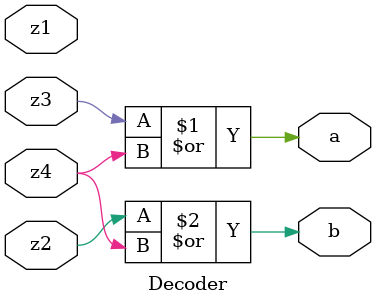
<source format=v>
`timescale 1ns / 1ps
module decoder_testbench; //module with no ports
reg z1,z2,z3,z4;
wire A, B;
//instantiate your circuit
Decoder D1(A,B, z1,z2,z3,z4);
//Behavioral code block generates stimulus to test circuit
initial
begin
z1 = 1'b1; z2 = 1'b0; z3 = 1'b0; z4 = 1'b0;
#50; $display("z1 = %b, z2 = %b, z3 = %b, z4 = %b, Encoder output = %b%b \n", z1,z2,z3,z4, A,B);
z1 = 1'b0; z2 = 1'b1; z3 = 1'b0; z4 = 1'b0;
#50 $display("z1 = %b, z2 = %b, z3 = %b, z4 = %b, Encoder output = %b%b \n", z1,z2,z3,z4, A,B);
z1 = 1'b0; z2 = 1'b0; z3 = 1'b1; z4 = 1'b0;
#50 $display("z1 = %b, z2 = %b, z3 = %b, z4 = %b, Encoder output = %b%b \n", z1,z2,z3,z4, A,B);
z1 = 1'b0; z2 = 1'b0; z3 = 1'b0; z4 = 1'b1;
#50 $display("z1 = %b, z2 = %b, z3 = %b, z4 = %b, Encoder output = %b%b \n", z1,z2,z3,z4, A,B);
end
endmodule

//create a Decoder out of some ANDs and some NOTs
module Decoder (a,b, z1,z2,z3,z4);
// declare port signals
input z1,z2,z3,z4;
output a, b;
//instantiate structural logic gates
or(a, z3,z4);
or(b, z2,z4);
endmodule



</source>
